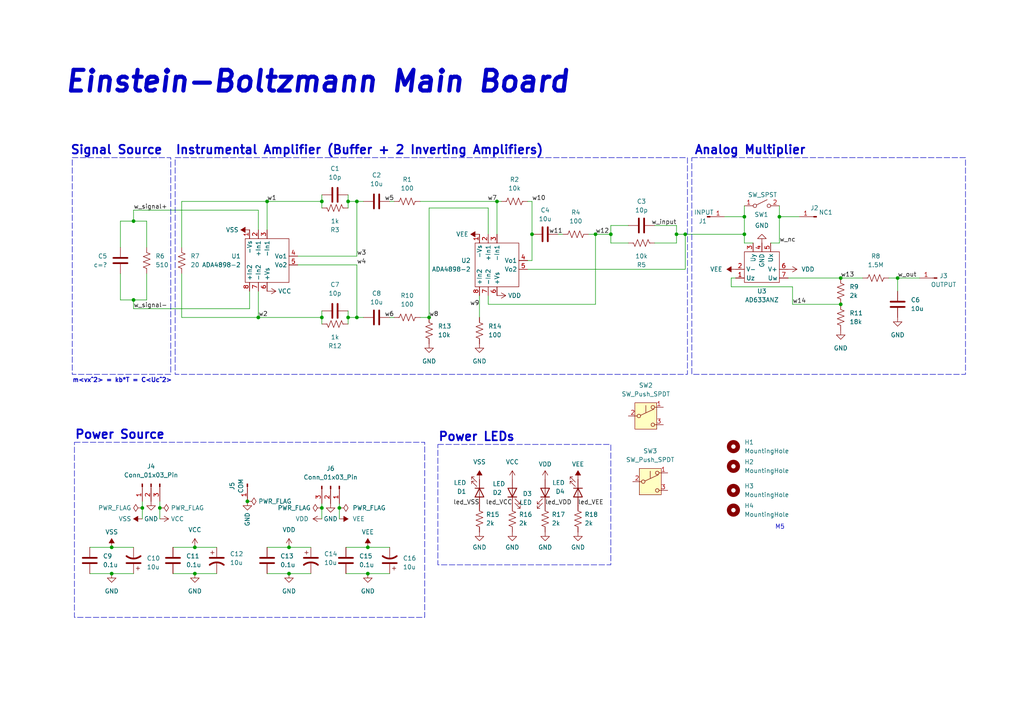
<source format=kicad_sch>
(kicad_sch (version 20230121) (generator eeschema)
  (paper "A4")
  (title_block (title "Einstein-Boltzmann Main Board") (date "2024-02-08") (rev "0.1") (company "Carlos Craveiro") (comment 1 "Part of the Einstein-Boltzmann Project"))
  (lib_symbols
    (symbol "Connector:Conn_01x01_Pin" (pin_names (offset 1.016) hide)
      (property "Reference" "J" (at 0 2.54 0))
      (property "Value" "Conn_01x01_Pin" (at 0 -2.54 0))
      (symbol "Conn_01x01_Pin_1_1"
        (polyline (pts (xy 1.27 0) (xy 0.8636 0)) (stroke (width 0.1524)))
        (rectangle (start 0.8636 0.127) (end 0 -0.127) (stroke (width 0.1524)) (fill (type outline)))
        (pin passive line (at 5.08 0 180) (length 3.81) (name "Pin_1") (number "1"))
      )
    )
    (symbol "Connector:Conn_01x03_Pin" (pin_names (offset 1.016) hide)
      (property "Reference" "J" (at 0 5.08 0))
      (property "Value" "Conn_01x03_Pin" (at 0 -5.08 0))
      (symbol "Conn_01x03_Pin_1_1"
        (polyline (pts (xy 1.27 -2.54) (xy 0.8636 -2.54)) (stroke (width 0.1524)))
        (polyline (pts (xy 1.27 0) (xy 0.8636 0)) (stroke (width 0.1524)))
        (polyline (pts (xy 1.27 2.54) (xy 0.8636 2.54)) (stroke (width 0.1524)))
        (rectangle (start 0.8636 -2.413) (end 0 -2.667) (stroke (width 0.1524)) (fill (type outline)))
        (rectangle (start 0.8636 0.127) (end 0 -0.127) (stroke (width 0.1524)) (fill (type outline)))
        (rectangle (start 0.8636 2.667) (end 0 2.413) (stroke (width 0.1524)) (fill (type outline)))
        (pin passive line (at 5.08 2.54 180) (length 3.81) (name "Pin_1") (number "1"))
        (pin passive line (at 5.08 0 180) (length 3.81) (name "Pin_2") (number "2"))
        (pin passive line (at 5.08 -2.54 180) (length 3.81) (name "Pin_3") (number "3"))
      )
    )
    (symbol "Device:C" (pin_numbers hide) (pin_names (offset 0.254))
      (property "Reference" "C" (at 0.635 2.54 0))
      (property "Value" "C" (at 0.635 -2.54 0))
      (symbol "C_0_1"
        (polyline (pts (xy -2.032 -0.762) (xy 2.032 -0.762)) (stroke (width 0.508)))
        (polyline (pts (xy -2.032 0.762) (xy 2.032 0.762)) (stroke (width 0.508)))
      )
      (symbol "C_1_1"
        (pin passive line (at 0 3.81 270) (length 2.794) (name "~") (number "1"))
        (pin passive line (at 0 -3.81 90) (length 2.794) (name "~") (number "2"))
      )
    )
    (symbol "Device:C_Polarized_US" (pin_numbers hide) (pin_names (offset 0.254) hide)
      (property "Reference" "C" (at 0.635 2.54 0))
      (property "Value" "C_Polarized_US" (at 0.635 -2.54 0))
      (symbol "C_Polarized_US_0_1"
        (polyline (pts (xy -2.032 0.762) (xy 2.032 0.762)) (stroke (width 0.508)))
        (polyline (pts (xy -1.778 2.286) (xy -0.762 2.286)))
        (polyline (pts (xy -1.27 1.778) (xy -1.27 2.794)))
        (arc (start 2.032 -1.27) (mid 0 -0.5572) (end -2.032 -1.27) (stroke (width 0.508)))
      )
      (symbol "C_Polarized_US_1_1"
        (pin passive line (at 0 3.81 270) (length 2.794) (name "~") (number "1"))
        (pin passive line (at 0 -3.81 90) (length 3.302) (name "~") (number "2"))
      )
    )
    (symbol "Device:LED" (pin_numbers hide) (pin_names (offset 1.016) hide)
      (property "Reference" "D" (at 0 2.54 0))
      (property "Value" "LED" (at 0 -2.54 0))
      (symbol "LED_0_1"
        (polyline (pts (xy -1.27 -1.27) (xy -1.27 1.27)) (stroke (width 0.254)))
        (polyline (pts (xy -1.27 0) (xy 1.27 0)))
        (polyline (pts (xy 1.27 -1.27) (xy 1.27 1.27) (xy -1.27 0) (xy 1.27 -1.27)) (stroke (width 0.254)))
        (polyline (pts (xy -3.048 -0.762) (xy -4.572 -2.286) (xy -3.81 -2.286) (xy -4.572 -2.286) (xy -4.572 -1.524)))
        (polyline (pts (xy -1.778 -0.762) (xy -3.302 -2.286) (xy -2.54 -2.286) (xy -3.302 -2.286) (xy -3.302 -1.524)))
      )
      (symbol "LED_1_1"
        (pin passive line (at -3.81 0 0) (length 2.54) (name "K") (number "1"))
        (pin passive line (at 3.81 0 180) (length 2.54) (name "A") (number "2"))
      )
    )
    (symbol "Device:R_US" (pin_numbers hide) (pin_names (offset 0))
      (property "Reference" "R" (at 2.54 0 90))
      (property "Value" "R_US" (at -2.54 0 90))
      (symbol "R_US_0_1"
        (polyline (pts (xy 0 -2.286) (xy 0 -2.54)))
        (polyline (pts (xy 0 2.286) (xy 0 2.54)))
        (polyline (pts (xy 0 -0.762) (xy 1.016 -1.143) (xy 0 -1.524) (xy -1.016 -1.905) (xy 0 -2.286)))
        (polyline (pts (xy 0 0.762) (xy 1.016 0.381) (xy 0 0) (xy -1.016 -0.381) (xy 0 -0.762)))
        (polyline (pts (xy 0 2.286) (xy 1.016 1.905) (xy 0 1.524) (xy -1.016 1.143) (xy 0 0.762)))
      )
      (symbol "R_US_1_1"
        (pin passive line (at 0 3.81 270) (length 1.27) (name "~") (number "1"))
        (pin passive line (at 0 -3.81 90) (length 1.27) (name "~") (number "2"))
      )
    )
    (symbol "EB_AnalogAmplifier_ADA4898-2_1"
      (property "Reference" "U" (at 0 -8.89 0))
      (property "Value" "ADA4898-2" (at 1.27 -11.43 0))
      (symbol "EB_AnalogAmplifier_ADA4898-2_1_0_1"
        (rectangle (start -6.35 5.08) (end 6.35 -7.62))
      )
      (symbol "EB_AnalogAmplifier_ADA4898-2_1_1_1"
        (pin power_in line (at -8.89 -6.35 0) (length 2.54) (name "-Vs") (number "1"))
        (pin input line (at -8.89 -3.81 0) (length 2.54) (name "+In1") (number "2"))
        (pin input line (at -8.89 -1.27 0) (length 2.54) (name "-In1") (number "3"))
        (pin output line (at -1.27 7.62 270) (length 2.54) (name "Vo1") (number "4"))
        (pin output line (at 1.27 7.62 270) (length 2.54) (name "Vo2") (number "5"))
        (pin power_in line (at 8.89 -1.27 180) (length 2.54) (name "+Vs") (number "6"))
        (pin input line (at 8.89 -3.81 180) (length 2.54) (name "-In2") (number "7"))
        (pin input line (at 8.89 -6.35 180) (length 2.54) (name "+In2") (number "8"))
      )
    )
    (symbol "Mechanical:MountingHole" (pin_names (offset 1.016))
      (property "Reference" "H" (at 0 5.08 0))
      (property "Value" "MountingHole" (at 0 3.175 0))
      (symbol "MountingHole_0_1"
        (circle (center 0 0) (radius 1.27) (stroke (width 1.27)))
      )
    )
    (symbol "Switch:SW_Push_SPDT" (pin_names (offset 0) hide)
      (property "Reference" "SW" (at 0 5.08 0))
      (property "Value" "SW_Push_SPDT" (at 0 -5.08 0))
      (symbol "SW_Push_SPDT_0_0"
        (circle (center -2.032 0) (radius 0.508))
        (polyline (pts (xy 0 1.016) (xy 0 3.048)))
        (circle (center 2.032 -2.54) (radius 0.508))
      )
      (symbol "SW_Push_SPDT_0_1"
        (polyline (pts (xy -1.524 0.2032) (xy 2.3368 1.9812)))
        (circle (center 2.032 2.54) (radius 0.508))
      )
      (symbol "SW_Push_SPDT_1_1"
        (rectangle (start -3.175 3.81) (end 3.175 -3.81) (fill (type background)))
        (pin passive line (at 5.08 2.54 180) (length 2.54) (name "A") (number "1"))
        (pin passive line (at -5.08 0 0) (length 2.54) (name "B") (number "2"))
        (pin passive line (at 5.08 -2.54 180) (length 2.54) (name "C") (number "3"))
      )
    )
    (symbol "Switch:SW_SPST" (pin_names (offset 0) hide)
      (property "Reference" "SW" (at 0 3.175 0))
      (property "Value" "SW_SPST" (at 0 -2.54 0))
      (symbol "SW_SPST_0_0"
        (circle (center -2.032 0) (radius 0.508))
        (polyline (pts (xy -1.524 0.254) (xy 1.524 1.778)))
        (circle (center 2.032 0) (radius 0.508))
      )
      (symbol "SW_SPST_1_1"
        (pin passive line (at -5.08 0 0) (length 2.54) (name "A") (number "1"))
        (pin passive line (at 5.08 0 180) (length 2.54) (name "B") (number "2"))
      )
    )
    (symbol "module_boards:EB_AnalogAmplifier_ADA4898-2"
      (property "Reference" "U" (at 0 -8.89 0))
      (property "Value" "ADA4898-2" (at 1.27 -11.43 0))
      (symbol "EB_AnalogAmplifier_ADA4898-2_0_1"
        (rectangle (start -6.35 5.08) (end 6.35 -7.62))
      )
      (symbol "EB_AnalogAmplifier_ADA4898-2_1_1"
        (pin power_in line (at -8.89 -6.35 0) (length 2.54) (name "-Vs") (number "1"))
        (pin input line (at -8.89 -3.81 0) (length 2.54) (name "+In1") (number "2"))
        (pin input line (at -8.89 -1.27 0) (length 2.54) (name "-In1") (number "3"))
        (pin output line (at -1.27 7.62 270) (length 2.54) (name "Vo1") (number "4"))
        (pin output line (at 1.27 7.62 270) (length 2.54) (name "Vo2") (number "5"))
        (pin power_in line (at 8.89 -1.27 180) (length 2.54) (name "+Vs") (number "6"))
        (pin input line (at 8.89 -3.81 180) (length 2.54) (name "-In2") (number "7"))
        (pin input line (at 8.89 -6.35 180) (length 2.54) (name "+In2") (number "8"))
      )
    )
    (symbol "module_boards:EB_AnalogMultiplier_AD633ANZ"
      (property "Reference" "U" (at 0 -5.08 0))
      (property "Value" "AD633ANZ" (at 0 -7.62 0))
      (symbol "EB_AnalogMultiplier_AD633ANZ_0_1"
        (rectangle (start -5.08 5.08) (end 5.08 -3.81))
      )
      (symbol "EB_AnalogMultiplier_AD633ANZ_1_1"
        (pin output line (at -7.62 -2.54 0) (length 2.54) (name "Uz") (number "1"))
        (pin power_in line (at -7.62 0 0) (length 2.54) (name "V-") (number "2"))
        (pin input line (at -2.54 7.62 270) (length 2.54) (name "Uy") (number "3"))
        (pin power_in line (at 0 7.62 270) (length 2.54) (name "GND") (number "4"))
        (pin output line (at 2.54 7.62 270) (length 2.54) (name "Ux") (number "5"))
        (pin power_in line (at 7.62 0 180) (length 2.54) (name "V+") (number "6"))
        (pin output line (at 7.62 -2.54 180) (length 2.54) (name "Uw") (number "7"))
      )
    )
    (symbol "power:GND" (power) (pin_names (offset 0))
      (property "Value" "GND" (at 0 -3.81 0))
      (symbol "GND_0_1"
        (polyline (pts (xy 0 0) (xy 0 -1.27) (xy 1.27 -1.27) (xy 0 -2.54) (xy -1.27 -1.27) (xy 0 -1.27)))
      )
      (symbol "GND_1_1"
        (pin power_in line (at 0 0 270) (length 0) hide (name "GND") (number "1"))
      )
    )
    (symbol "power:PWR_FLAG" (power) (pin_numbers hide) (pin_names (offset 0) hide)
      (property "Value" "PWR_FLAG" (at 0 3.81 0))
      (symbol "PWR_FLAG_0_0"
        (pin power_out line (at 0 0 90) (length 0) (name "pwr") (number "1"))
      )
      (symbol "PWR_FLAG_0_1"
        (polyline (pts (xy 0 0) (xy 0 1.27) (xy -1.016 1.905) (xy 0 2.54) (xy 1.016 1.905) (xy 0 1.27)))
      )
    )
    (symbol "power:VCC" (power) (pin_names (offset 0))
      (property "Value" "VCC" (at 0 3.81 0))
      (symbol "VCC_0_1"
        (polyline (pts (xy -0.762 1.27) (xy 0 2.54)))
        (polyline (pts (xy 0 0) (xy 0 2.54)))
        (polyline (pts (xy 0 2.54) (xy 0.762 1.27)))
      )
      (symbol "VCC_1_1"
        (pin power_in line (at 0 0 90) (length 0) hide (name "VCC") (number "1"))
      )
    )
    (symbol "power:VDD" (power) (pin_names (offset 0))
      (property "Value" "VDD" (at 0 3.81 0))
      (symbol "VDD_0_1"
        (polyline (pts (xy -0.762 1.27) (xy 0 2.54)))
        (polyline (pts (xy 0 0) (xy 0 2.54)))
        (polyline (pts (xy 0 2.54) (xy 0.762 1.27)))
      )
      (symbol "VDD_1_1"
        (pin power_in line (at 0 0 90) (length 0) hide (name "VDD") (number "1"))
      )
    )
    (symbol "power:VEE" (power) (pin_names (offset 0))
      (property "Value" "VEE" (at 0 3.81 0))
      (symbol "VEE_0_1"
        (polyline (pts (xy 0 0) (xy 0 2.54)))
        (polyline (pts (xy 0.762 1.27) (xy -0.762 1.27) (xy 0 2.54) (xy 0.762 1.27)) (fill (type outline)))
      )
      (symbol "VEE_1_1"
        (pin power_in line (at 0 0 90) (length 0) hide (name "VEE") (number "1"))
      )
    )
    (symbol "power:VSS" (power) (pin_names (offset 0))
      (property "Value" "VSS" (at 0 3.81 0))
      (symbol "VSS_0_1"
        (polyline (pts (xy 0 0) (xy 0 2.54)))
        (polyline (pts (xy 0.762 1.27) (xy -0.762 1.27) (xy 0 2.54) (xy 0.762 1.27)) (fill (type outline)))
      )
      (symbol "VSS_1_1"
        (pin power_in line (at 0 0 90) (length 0) hide (name "VSS") (number "1"))
      )
    )
  )
  (junction (at 32.385 158.75))
  (junction (at 56.515 166.37))
  (junction (at 83.82 166.37))
  (junction (at 243.84 88.265))
  (junction (at 56.515 158.75))
  (junction (at 106.68 166.37))
  (junction (at 93.345 58.42))
  (junction (at 71.755 145.415))
  (junction (at 172.72 67.945))
  (junction (at 144.145 58.42))
  (junction (at 98.425 147.32))
  (junction (at 83.82 158.75))
  (junction (at 177.165 67.945))
  (junction (at 198.755 67.945))
  (junction (at 243.84 80.645))
  (junction (at 77.47 58.42))
  (junction (at 124.46 92.075))
  (junction (at 100.965 58.42))
  (junction (at 41.275 147.32))
  (junction (at 93.345 92.075))
  (junction (at 32.385 166.37))
  (junction (at 38.735 64.135))
  (junction (at 260.35 80.645))
  (junction (at 106.68 158.75))
  (junction (at 100.965 92.075))
  (junction (at 226.06 62.865))
  (junction (at 196.215 67.945))
  (junction (at 215.9 62.865))
  (junction (at 154.305 67.945))
  (junction (at 93.345 147.32))
  (junction (at 103.505 58.42))
  (junction (at 74.93 92.075))
  (junction (at 38.735 86.995))
  (junction (at 103.505 92.075))
  (junction (at 46.355 147.32))
  (junction (at 215.9 67.945))
  (wire (pts (xy 72.39 89.535) (xy 72.39 84.455)))
  (wire (pts (xy 93.345 147.32) (xy 93.345 146.05)))
  (wire (pts (xy 105.41 92.075) (xy 103.505 92.075)))
  (wire (pts (xy 38.735 64.135) (xy 38.735 60.96)))
  (wire (pts (xy 38.735 64.135) (xy 42.545 64.135)))
  (wire (pts (xy 121.92 58.42) (xy 144.145 58.42)))
  (wire (pts (xy 93.345 58.42) (xy 93.345 60.325)))
  (wire (pts (xy 260.35 80.645) (xy 260.35 84.455)))
  (wire (pts (xy 189.865 70.485) (xy 196.215 70.485)))
  (wire (pts (xy 93.345 92.075) (xy 93.345 93.98)))
  (wire (pts (xy 215.9 62.865) (xy 215.9 67.945)))
  (wire (pts (xy 106.68 166.37) (xy 113.03 166.37)))
  (wire (pts (xy 46.355 150.495) (xy 46.355 147.32)))
  (wire (pts (xy 38.735 86.995) (xy 42.545 86.995)))
  (wire (pts (xy 198.755 67.945) (xy 215.9 67.945)))
  (wire (pts (xy 215.9 59.69) (xy 215.9 62.865)))
  (wire (pts (xy 210.185 62.865) (xy 215.9 62.865)))
  (wire (pts (xy 103.505 58.42) (xy 100.965 58.42)))
  (wire (pts (xy 103.505 76.835) (xy 103.505 92.075)))
  (wire (pts (xy 229.87 88.265) (xy 243.84 88.265)))
  (wire (pts (xy 141.605 88.265) (xy 172.72 88.265)))
  (wire (pts (xy 42.545 64.135) (xy 42.545 71.755)))
  (wire (pts (xy 124.46 60.325) (xy 124.46 92.075)))
  (wire (pts (xy 77.47 58.42) (xy 93.345 58.42)))
  (wire (pts (xy 103.505 92.075) (xy 100.965 92.075)))
  (wire (pts (xy 113.03 58.42) (xy 114.3 58.42)))
  (wire (pts (xy 153.035 78.105) (xy 198.755 78.105)))
  (wire (pts (xy 170.815 67.945) (xy 172.72 67.945)))
  (wire (pts (xy 100.965 56.515) (xy 100.965 58.42)))
  (wire (pts (xy 177.165 65.405) (xy 177.165 67.945)))
  (wire (pts (xy 26.035 158.75) (xy 32.385 158.75)))
  (wire (pts (xy 103.505 74.295) (xy 103.505 58.42)))
  (wire (pts (xy 32.385 166.37) (xy 38.735 166.37)))
  (wire (pts (xy 86.36 76.835) (xy 103.505 76.835)))
  (wire (pts (xy 100.33 158.75) (xy 106.68 158.75)))
  (wire (pts (xy 229.87 83.185) (xy 229.87 88.265)))
  (wire (pts (xy 228.6 80.645) (xy 243.84 80.645)))
  (wire (pts (xy 46.355 147.32) (xy 46.355 145.415)))
  (wire (pts (xy 50.165 166.37) (xy 56.515 166.37)))
  (wire (pts (xy 106.68 158.75) (xy 113.03 158.75)))
  (wire (pts (xy 212.09 83.185) (xy 229.87 83.185)))
  (wire (pts (xy 83.82 166.37) (xy 90.17 166.37)))
  (wire (pts (xy 141.605 60.325) (xy 124.46 60.325)))
  (wire (pts (xy 34.925 86.995) (xy 38.735 86.995)))
  (wire (pts (xy 77.47 158.75) (xy 83.82 158.75)))
  (wire (pts (xy 231.775 62.865) (xy 226.06 62.865)))
  (wire (pts (xy 177.165 70.485) (xy 182.245 70.485)))
  (wire (pts (xy 77.47 58.42) (xy 52.705 58.42)))
  (wire (pts (xy 38.735 60.96) (xy 74.93 60.96)))
  (wire (pts (xy 100.965 58.42) (xy 100.965 60.325)))
  (wire (pts (xy 93.345 90.17) (xy 93.345 92.075)))
  (wire (pts (xy 212.09 80.645) (xy 212.09 83.185)))
  (wire (pts (xy 74.93 60.96) (xy 74.93 66.675)))
  (wire (pts (xy 52.705 79.375) (xy 52.705 92.075)))
  (wire (pts (xy 34.925 79.375) (xy 34.925 86.995)))
  (wire (pts (xy 52.705 58.42) (xy 52.705 71.755)))
  (wire (pts (xy 243.84 80.645) (xy 250.19 80.645)))
  (wire (pts (xy 86.36 74.295) (xy 103.505 74.295)))
  (wire (pts (xy 218.44 70.485) (xy 215.9 70.485)))
  (wire (pts (xy 34.925 64.135) (xy 38.735 64.135)))
  (wire (pts (xy 139.065 85.725) (xy 139.065 92.075)))
  (wire (pts (xy 93.345 147.32) (xy 93.345 150.495)))
  (wire (pts (xy 124.46 92.075) (xy 121.92 92.075)))
  (wire (pts (xy 38.735 89.535) (xy 72.39 89.535)))
  (wire (pts (xy 113.03 92.075) (xy 114.3 92.075)))
  (wire (pts (xy 42.545 86.995) (xy 42.545 79.375)))
  (wire (pts (xy 100.965 90.17) (xy 100.965 92.075)))
  (wire (pts (xy 77.47 66.675) (xy 77.47 58.42)))
  (wire (pts (xy 34.925 71.755) (xy 34.925 64.135)))
  (wire (pts (xy 226.06 70.485) (xy 223.52 70.485)))
  (wire (pts (xy 56.515 158.75) (xy 62.865 158.75)))
  (wire (pts (xy 50.165 158.75) (xy 56.515 158.75)))
  (wire (pts (xy 74.93 92.075) (xy 74.93 84.455)))
  (wire (pts (xy 196.215 67.945) (xy 196.215 70.485)))
  (wire (pts (xy 161.925 67.945) (xy 163.195 67.945)))
  (wire (pts (xy 100.965 92.075) (xy 100.965 93.98)))
  (wire (pts (xy 153.035 58.42) (xy 154.305 58.42)))
  (wire (pts (xy 74.93 92.075) (xy 93.345 92.075)))
  (wire (pts (xy 213.36 80.645) (xy 212.09 80.645)))
  (wire (pts (xy 177.165 70.485) (xy 177.165 67.945)))
  (wire (pts (xy 257.81 80.645) (xy 260.35 80.645)))
  (wire (pts (xy 26.035 166.37) (xy 32.385 166.37)))
  (wire (pts (xy 172.72 67.945) (xy 177.165 67.945)))
  (wire (pts (xy 100.33 166.37) (xy 106.68 166.37)))
  (wire (pts (xy 105.41 58.42) (xy 103.505 58.42)))
  (wire (pts (xy 189.865 65.405) (xy 196.215 65.405)))
  (wire (pts (xy 196.215 67.945) (xy 198.755 67.945)))
  (wire (pts (xy 182.245 65.405) (xy 177.165 65.405)))
  (wire (pts (xy 93.345 56.515) (xy 93.345 58.42)))
  (wire (pts (xy 32.385 158.75) (xy 38.735 158.75)))
  (wire (pts (xy 226.06 59.69) (xy 226.06 62.865)))
  (wire (pts (xy 77.47 166.37) (xy 83.82 166.37)))
  (wire (pts (xy 198.755 67.945) (xy 198.755 78.105)))
  (wire (pts (xy 144.145 58.42) (xy 145.415 58.42)))
  (wire (pts (xy 154.305 67.945) (xy 154.305 75.565)))
  (wire (pts (xy 38.735 86.995) (xy 38.735 89.535)))
  (wire (pts (xy 83.82 158.75) (xy 90.17 158.75)))
  (wire (pts (xy 52.705 92.075) (xy 74.93 92.075)))
  (wire (pts (xy 141.605 85.725) (xy 141.605 88.265)))
  (wire (pts (xy 41.275 150.495) (xy 41.275 147.32)))
  (wire (pts (xy 141.605 67.945) (xy 141.605 60.325)))
  (wire (pts (xy 196.215 65.405) (xy 196.215 67.945)))
  (wire (pts (xy 153.035 75.565) (xy 154.305 75.565)))
  (wire (pts (xy 56.515 166.37) (xy 62.865 166.37)))
  (wire (pts (xy 41.275 147.32) (xy 41.275 145.415)))
  (wire (pts (xy 144.145 58.42) (xy 144.145 67.945)))
  (wire (pts (xy 154.305 58.42) (xy 154.305 67.945)))
  (wire (pts (xy 172.72 67.945) (xy 172.72 88.265)))
  (wire (pts (xy 226.06 62.865) (xy 226.06 70.485)))
  (wire (pts (xy 98.425 147.32) (xy 98.425 146.05)))
  (wire (pts (xy 266.7 80.645) (xy 260.35 80.645)))
  (wire (pts (xy 98.425 150.495) (xy 98.425 147.32)))
  (wire (pts (xy 215.9 70.485) (xy 215.9 67.945)))
  (rectangle (start 127 128.905) (end 177.165 163.83) (stroke (width 0) (type dash)))
  (rectangle (start 21.59 128.27) (end 123.19 179.07) (stroke (width 0) (type dash)))
  (rectangle (start 50.8 45.72) (end 199.39 108.585) (stroke (width 0) (type dash)))
  (rectangle (start 200.66 45.72) (end 280.035 108.585) (stroke (width 0) (type dash)))
  (rectangle (start 20.955 45.72) (end 49.53 108.585) (stroke (width 0) (type dash)))
  (text "Einstein-Boltzmann Main Board" (at 18.415 27.305 0) (effects (font (size 6 6) (thickness 1.2) bold italic) (justify left bottom)))
  (text "Power LEDs" (at 127 128.27 0) (effects (font (size 2.5 2.5) bold) (justify left bottom)))
  (text "Analog Multiplier" (at 201.295 45.085 0) (effects (font (size 2.5 2.5) bold) (justify left bottom)))
  (text "M5" (at 224.79 153.67 0) (effects (font (size 1.27 1.27)) (justify left bottom)))
  (text "Power Source" (at 21.59 127.635 0) (effects (font (size 2.5 2.5) bold) (justify left bottom)))
  (text "Instrumental Amplifier (Buffer + 2 Inverting Amplifiers)" (at 50.8 45.085 0) (effects (font (size 2.5 2.5) bold) (justify left bottom)))
  (text "m<vx^2> = kb*T = C<Uc^2>" (at 20.955 111.125 0) (effects (font (size 1.27 1.27) (thickness 0.254) bold) (justify left bottom)))
  (text "Signal Source" (at 20.32 45.085 0) (effects (font (size 2.5 2.5) bold) (justify left bottom)))
  (label "w_input" (at 196.215 65.405 180))
  (label "w_out" (at 260.35 80.645 0))
  (label "w8" (at 124.46 92.075 0))
  (label "led_VCC" (at 148.59 146.685 180))
  (label "w6" (at 114.3 92.075 180))
  (label "w3" (at 103.505 74.295 0))
  (label "w14" (at 229.87 88.265 0))
  (label "w_nc" (at 226.06 70.485 0))
  (label "led_VSS" (at 139.065 146.685 180))
  (label "w1" (at 77.47 58.42 0))
  (label "w4" (at 103.505 76.835 0))
  (label "led_VEE" (at 167.64 146.685 0))
  (label "w7" (at 144.145 58.42 180))
  (label "w5" (at 114.3 58.42 180))
  (label "w13" (at 243.84 80.645 0))
  (label "w10" (at 154.305 58.42 0))
  (label "w11" (at 163.195 67.945 180))
  (label "w_signal+" (at 38.735 60.96 0))
  (label "w9" (at 139.065 88.9 180))
  (label "w_signal-" (at 38.735 89.535 0))
  (label "w12" (at 172.72 67.945 0))
  (label "led_VDD" (at 158.115 146.685 0))
  (label "w2" (at 74.93 92.075 0))
  (symbol (lib_id "Device:C") (at 34.925 75.565 0) (mirror x) (unit 1)
    (property "Reference" "C5" (at 31.115 74.295 0) (effects (justify right)))
    (property "Value" "${SIM.PARAMS}" (at 31.115 76.835 0) (effects (justify right)))
    (property "Footprint" "footprints:CapacitorSocket" (effects hide))
    (property "Sim.Device" "C" (effects hide))
    (property "Sim.Params" "c=?" (effects hide))
    (property "Sim.Pins" "1=+ 2=-" (effects hide))
  )
  (symbol (lib_id "Device:C_Polarized_US") (at 62.865 162.56 0) (unit 1)
    (property "Reference" "C12" (at 66.675 160.655 0) (effects (justify left)))
    (property "Value" "10u" (at 66.675 163.195 0) (effects (justify left)))
    (property "Footprint" "Capacitor_THT:CP_Radial_D6.3mm_P2.50mm" (effects hide))
  )
  (symbol (lib_id "power:VEE") (at 213.36 78.105 90) (mirror x) (unit 1)
    (property "Reference" "#PWR04" (effects hide))
    (property "Value" "VEE" (at 209.55 78.105 90) (effects (justify left)))
  )
  (symbol (lib_id "power:VEE") (at 98.425 150.495 270) (unit 1)
    (property "Reference" "#PWR022" (effects hide))
    (property "Value" "VEE" (at 102.235 150.495 90) (effects (justify left)))
  )
  (symbol (lib_id "power:GND") (at 139.065 154.305 0) (unit 1)
    (property "Reference" "#PWR023" (effects hide))
    (property "Value" "GND" (at 139.065 158.75 0))
  )
  (symbol (lib_id "Device:C") (at 100.33 162.56 0) (unit 1)
    (property "Reference" "C15" (at 104.14 161.29 0) (effects (justify left)))
    (property "Value" "0.1u" (at 104.14 163.83 0) (effects (justify left)))
    (property "Footprint" "Capacitor_THT:C_Disc_D3.0mm_W1.6mm_P2.50mm" (effects hide))
  )
  (symbol (lib_id "Device:C_Polarized_US") (at 38.735 162.56 180) (unit 1)
    (property "Reference" "C10" (at 42.545 161.925 0) (effects (justify right)))
    (property "Value" "10u" (at 42.545 164.465 0) (effects (justify right)))
    (property "Footprint" "Capacitor_THT:CP_Radial_D6.3mm_P2.50mm" (effects hide))
  )
  (symbol (lib_id "Device:R_US") (at 118.11 58.42 90) (unit 1)
    (property "Reference" "R1" (at 118.11 52.07 90))
    (property "Value" "100" (at 118.11 54.61 90))
    (property "Footprint" "Resistor_THT:R_Axial_DIN0207_L6.3mm_D2.5mm_P7.62mm_Horizontal" (effects hide))
  )
  (symbol (lib_id "Device:C") (at 186.055 65.405 90) (unit 1)
    (property "Reference" "C3" (at 186.055 58.42 90))
    (property "Value" "10p" (at 186.055 60.96 90))
    (property "Footprint" "Capacitor_THT:C_Disc_D3.4mm_W2.1mm_P2.50mm" (effects hide))
  )
  (symbol (lib_id "power:VCC") (at 46.355 150.495 270) (mirror x) (unit 1)
    (property "Reference" "#PWR020" (effects hide))
    (property "Value" "VCC" (at 49.53 150.495 90) (effects (justify left)))
  )
  (symbol (lib_id "power:GND") (at 43.815 145.415 0) (mirror y) (unit 1)
    (property "Reference" "#PWR016" (effects hide))
    (property "Value" "GND" (at 43.815 150.495 0))
  )
  (symbol (lib_id "Mechanical:MountingHole") (at 212.725 129.54 0) (unit 1)
    (property "Reference" "H1" (at 215.9 128.27 0) (effects (justify left)))
    (property "Value" "MountingHole" (at 215.9 130.81 0) (effects (justify left)))
    (property "Footprint" "MountingHole:MountingHole_5.3mm_M5" (effects hide))
  )
  (symbol (lib_id "Device:C") (at 26.035 162.56 0) (unit 1)
    (property "Reference" "C9" (at 29.845 161.29 0) (effects (justify left)))
    (property "Value" "0.1u" (at 29.845 163.83 0) (effects (justify left)))
    (property "Footprint" "Capacitor_THT:C_Disc_D3.0mm_W1.6mm_P2.50mm" (effects hide))
  )
  (symbol (lib_id "Device:C") (at 158.115 67.945 90) (unit 1)
    (property "Reference" "C4" (at 158.115 60.96 90))
    (property "Value" "10u" (at 158.115 63.5 90))
    (property "Footprint" "Capacitor_THT:C_Rect_L24.0mm_W8.6mm_P22.50mm_MKT" (effects hide))
  )
  (symbol (lib_id "power:PWR_FLAG") (at 93.345 147.32 90) (unit 1)
    (property "Reference" "#FLG03" (effects hide))
    (property "Value" "PWR_FLAG" (at 90.17 147.32 90) (effects (justify left)))
  )
  (symbol (lib_id "Device:R_US") (at 97.155 93.98 270) (mirror x) (unit 1)
    (property "Reference" "R12" (at 97.155 100.33 90))
    (property "Value" "1k" (at 97.155 97.79 90))
    (property "Footprint" "Resistor_THT:R_Axial_DIN0207_L6.3mm_D2.5mm_P7.62mm_Horizontal" (effects hide))
  )
  (symbol (lib_id "power:VEE") (at 167.64 139.065 0) (unit 1)
    (property "Reference" "#PWR015" (effects hide))
    (property "Value" "VEE" (at 167.64 134.62 0))
  )
  (symbol (lib_id "Device:C") (at 97.155 90.17 90) (unit 1)
    (property "Reference" "C7" (at 97.155 82.55 90))
    (property "Value" "10p" (at 97.155 85.09 90))
    (property "Footprint" "Capacitor_THT:C_Disc_D3.4mm_W2.1mm_P2.50mm" (effects hide))
  )
  (symbol (lib_id "Device:LED") (at 158.115 142.875 270) (mirror x) (unit 1)
    (property "Reference" "D3" (at 154.305 143.1925 90) (effects (justify right)))
    (property "Value" "LED" (at 154.305 145.7325 90) (effects (justify right)))
    (property "Footprint" "LED_THT:LED_D3.0mm" (effects hide))
  )
  (symbol (lib_id "power:GND") (at 95.885 146.05 0) (unit 1)
    (property "Reference" "#PWR018" (effects hide))
    (property "Value" "GND" (at 95.885 150.495 0))
  )
  (symbol (lib_name "EB_AnalogAmplifier_ADA4898-2_1") (lib_id "module_boards:EB_AnalogAmplifier_ADA4898-2") (at 78.74 75.565 270) (unit 1)
    (property "Reference" "U1" (at 69.85 74.295 90) (effects (justify right)))
    (property "Value" "ADA4898-2" (at 69.85 76.835 90) (effects (justify right)))
    (property "Footprint" "footprints:ADA4898-2" (effects hide))
  )
  (symbol (lib_id "Device:C") (at 50.165 162.56 0) (unit 1)
    (property "Reference" "C11" (at 53.975 161.29 0) (effects (justify left)))
    (property "Value" "0.1u" (at 53.975 163.83 0) (effects (justify left)))
    (property "Footprint" "Capacitor_THT:C_Disc_D3.0mm_W1.6mm_P2.50mm" (effects hide))
  )
  (symbol (lib_id "Device:R_US") (at 186.055 70.485 90) (mirror x) (unit 1)
    (property "Reference" "R5" (at 186.055 76.835 90))
    (property "Value" "10k" (at 186.055 74.295 90))
    (property "Footprint" "Resistor_THT:R_Axial_DIN0207_L6.3mm_D2.5mm_P7.62mm_Horizontal" (effects hide))
  )
  (symbol (lib_id "power:VCC") (at 148.59 139.065 0) (mirror y) (unit 1)
    (property "Reference" "#PWR013" (effects hide))
    (property "Value" "VCC" (at 148.59 133.985 0))
  )
  (symbol (lib_id "power:PWR_FLAG") (at 71.755 145.415 270) (mirror x) (unit 1)
    (property "Reference" "#FLG05" (effects hide))
    (property "Value" "PWR_FLAG" (at 74.93 145.415 90) (effects (justify left)))
  )
  (symbol (lib_id "Switch:SW_Push_SPDT") (at 188.595 139.7 0) (unit 1)
    (property "Reference" "SW3" (at 188.595 130.81 0))
    (property "Value" "SW_Push_SPDT" (at 188.595 133.35 0))
    (property "Footprint" "footprints:Switch_Toggle_SPDT_SS12F46" (effects hide))
  )
  (symbol (lib_id "Device:C") (at 109.22 58.42 90) (unit 1)
    (property "Reference" "C2" (at 109.22 50.8 90))
    (property "Value" "10u" (at 109.22 53.34 90))
    (property "Footprint" "Capacitor_THT:C_Rect_L24.0mm_W8.6mm_P22.50mm_MKT" (effects hide))
  )
  (symbol (lib_id "power:PWR_FLAG") (at 46.355 147.32 270) (mirror x) (unit 1)
    (property "Reference" "#FLG02" (effects hide))
    (property "Value" "PWR_FLAG" (at 49.53 147.32 90) (effects (justify left)))
  )
  (symbol (lib_id "power:VDD") (at 83.82 158.75 0) (unit 1)
    (property "Reference" "#PWR029" (effects hide))
    (property "Value" "VDD" (at 83.82 153.67 0))
  )
  (symbol (lib_id "Device:C") (at 77.47 162.56 0) (unit 1)
    (property "Reference" "C13" (at 81.28 161.29 0) (effects (justify left)))
    (property "Value" "0.1u" (at 81.28 163.83 0) (effects (justify left)))
    (property "Footprint" "Capacitor_THT:C_Disc_D3.0mm_W1.6mm_P2.50mm" (effects hide))
  )
  (symbol (lib_id "Device:R_US") (at 139.065 95.885 180) (unit 1)
    (property "Reference" "R14" (at 141.605 94.615 0) (effects (justify right)))
    (property "Value" "100" (at 141.605 97.155 0) (effects (justify right)))
    (property "Footprint" "Resistor_THT:R_Axial_DIN0207_L6.3mm_D2.5mm_P7.62mm_Horizontal" (effects hide))
  )
  (symbol (lib_id "Device:C") (at 97.155 56.515 90) (unit 1)
    (property "Reference" "C1" (at 97.155 48.895 90))
    (property "Value" "10p" (at 97.155 51.435 90))
    (property "Footprint" "Capacitor_THT:C_Disc_D3.4mm_W2.1mm_P2.50mm" (effects hide))
  )
  (symbol (lib_id "Switch:SW_Push_SPDT") (at 187.325 120.65 0) (unit 1)
    (property "Reference" "SW2" (at 187.325 111.76 0))
    (property "Value" "SW_Push_SPDT" (at 187.325 114.3 0))
    (property "Footprint" "footprints:Switch_Toggle_SPDT_SS12F46" (effects hide))
  )
  (symbol (lib_id "Device:LED") (at 139.065 142.875 270) (unit 1)
    (property "Reference" "D1" (at 135.255 142.5575 90) (effects (justify right)))
    (property "Value" "LED" (at 135.255 140.0175 90) (effects (justify right)))
    (property "Footprint" "LED_THT:LED_D3.0mm" (effects hide))
  )
  (symbol (lib_id "power:PWR_FLAG") (at 41.275 147.32 90) (mirror x) (unit 1)
    (property "Reference" "#FLG01" (effects hide))
    (property "Value" "PWR_FLAG" (at 38.1 147.32 90) (effects (justify left)))
  )
  (symbol (lib_id "Connector:Conn_01x01_Pin") (at 205.105 62.865 0) (unit 1)
    (property "Reference" "J1" (at 203.835 64.135 0))
    (property "Value" "INPUT" (at 201.295 61.595 0) (effects (justify left)))
    (property "Footprint" "footprints:Banana_Jack_1Pin" (effects hide))
    (property "Sim.Enable" "0" (effects hide))
  )
  (symbol (lib_id "power:VSS") (at 41.275 150.495 90) (mirror x) (unit 1)
    (property "Reference" "#PWR019" (effects hide))
    (property "Value" "VSS" (at 38.1 150.495 90) (effects (justify left)))
  )
  (symbol (lib_id "power:VDD") (at 228.6 78.105 270) (unit 1)
    (property "Reference" "#PWR05" (effects hide))
    (property "Value" "VDD" (at 232.41 78.105 90) (effects (justify left)))
  )
  (symbol (lib_id "Connector:Conn_01x01_Pin") (at 236.855 62.865 180) (unit 1)
    (property "Reference" "J2" (at 236.22 60.325 0))
    (property "Value" "NC1" (at 237.49 61.595 0) (effects (justify right)))
    (property "Footprint" "footprints:Banana_Jack_1Pin" (effects hide))
    (property "Sim.Enable" "0" (effects hide))
  )
  (symbol (lib_id "power:GND") (at 243.84 95.885 0) (unit 1)
    (property "Reference" "#PWR09" (effects hide))
    (property "Value" "GND" (at 243.84 100.965 0))
  )
  (symbol (lib_id "power:GND") (at 167.64 154.305 0) (unit 1)
    (property "Reference" "#PWR026" (effects hide))
    (property "Value" "GND" (at 167.64 158.75 0))
  )
  (symbol (lib_id "Device:C") (at 109.22 92.075 90) (unit 1)
    (property "Reference" "C8" (at 109.22 85.09 90))
    (property "Value" "10u" (at 109.22 87.63 90))
    (property "Footprint" "Capacitor_THT:C_Rect_L24.0mm_W8.6mm_P22.50mm_MKT" (effects hide))
  )
  (symbol (lib_id "Device:R_US") (at 118.11 92.075 90) (unit 1)
    (property "Reference" "R10" (at 118.11 85.725 90))
    (property "Value" "100" (at 118.11 88.265 90))
    (property "Footprint" "Resistor_THT:R_Axial_DIN0207_L6.3mm_D2.5mm_P7.62mm_Horizontal" (effects hide))
  )
  (symbol (lib_id "Device:R_US") (at 167.005 67.945 90) (unit 1)
    (property "Reference" "R4" (at 167.005 61.595 90))
    (property "Value" "100" (at 167.005 64.135 90))
    (property "Footprint" "Resistor_THT:R_Axial_DIN0207_L6.3mm_D2.5mm_P7.62mm_Horizontal" (effects hide))
  )
  (symbol (lib_id "Switch:SW_SPST") (at 220.98 59.69 0) (unit 1)
    (property "Reference" "SW1" (at 222.885 62.23 0) (effects (justify right)))
    (property "Value" "SW_SPST" (at 225.425 56.515 0) (effects (justify right)))
    (property "Footprint" "footprints:Switch" (effects hide))
    (property "Sim.Device" "SW" (effects hide))
    (property "Sim.Type" "V" (effects hide))
    (property "Sim.Pins" "1=ctrl+ 2=ctrl-" (effects hide))
    (property "Sim.Enable" "0" (effects hide))
  )
  (symbol (lib_id "Device:R_US") (at 243.84 92.075 0) (unit 1)
    (property "Reference" "R11" (at 246.38 90.805 0) (effects (justify left)))
    (property "Value" "18k" (at 246.38 93.345 0) (effects (justify left)))
    (property "Footprint" "Resistor_THT:R_Axial_DIN0207_L6.3mm_D2.5mm_P7.62mm_Horizontal" (effects hide))
    (property "Sim.Enable" "0" (effects hide))
  )
  (symbol (lib_id "Device:C") (at 260.35 88.265 0) (unit 1)
    (property "Reference" "C6" (at 264.16 86.995 0) (effects (justify left)))
    (property "Value" "10u" (at 264.16 89.535 0) (effects (justify left)))
    (property "Footprint" "Capacitor_THT:C_Rect_L24.0mm_W8.6mm_P22.50mm_MKT" (effects hide))
    (property "Sim.Enable" "0" (effects hide))
  )
  (symbol (lib_id "power:VCC") (at 77.47 84.455 270) (unit 1)
    (property "Reference" "#PWR06" (effects hide))
    (property "Value" "VCC" (at 80.645 84.455 90) (effects (justify left)))
  )
  (symbol (lib_id "power:GND") (at 71.755 145.415 0) (unit 1)
    (property "Reference" "#PWR017" (effects hide))
    (property "Value" "GND" (at 71.755 148.59 90) (effects (justify right)))
  )
  (symbol (lib_id "power:PWR_FLAG") (at 98.425 147.32 270) (unit 1)
    (property "Reference" "#FLG04" (effects hide))
    (property "Value" "PWR_FLAG" (at 102.235 147.32 90) (effects (justify left)))
  )
  (symbol (lib_id "power:VDD") (at 93.345 150.495 90) (unit 1)
    (property "Reference" "#PWR021" (effects hide))
    (property "Value" "VDD" (at 89.535 150.495 90) (effects (justify left)))
  )
  (symbol (lib_id "Device:LED") (at 148.59 142.875 90) (unit 1)
    (property "Reference" "D2" (at 142.875 142.875 90) (effects (justify right)))
    (property "Value" "LED" (at 142.875 140.335 90) (effects (justify right)))
    (property "Footprint" "LED_THT:LED_D3.0mm" (effects hide))
  )
  (symbol (lib_id "Device:R_US") (at 243.84 84.455 0) (unit 1)
    (property "Reference" "R9" (at 246.38 83.185 0) (effects (justify left)))
    (property "Value" "2k" (at 246.38 85.725 0) (effects (justify left)))
    (property "Footprint" "Resistor_THT:R_Axial_DIN0207_L6.3mm_D2.5mm_P7.62mm_Horizontal" (effects hide))
    (property "Sim.Enable" "0" (effects hide))
  )
  (symbol (lib_id "Connector:Conn_01x01_Pin") (at 71.755 140.335 270) (unit 1)
    (property "Reference" "J5" (at 67.31 140.97 0))
    (property "Value" "COM" (at 69.85 140.97 0))
    (property "Footprint" "footprints:Banana_Jack_1Pin" (effects hide))
  )
  (symbol (lib_id "power:VCC") (at 56.515 158.75 0) (unit 1)
    (property "Reference" "#PWR028" (effects hide))
    (property "Value" "VCC" (at 56.515 153.67 0))
  )
  (symbol (lib_id "Device:R_US") (at 148.59 150.495 0) (unit 1)
    (property "Reference" "R16" (at 150.495 149.225 0) (effects (justify left)))
    (property "Value" "2k" (at 150.495 151.765 0) (effects (justify left)))
    (property "Footprint" "Resistor_THT:R_Axial_DIN0207_L6.3mm_D2.5mm_P7.62mm_Horizontal" (effects hide))
  )
  (symbol (lib_id "Device:C_Polarized_US") (at 113.03 162.56 180) (unit 1)
    (property "Reference" "C16" (at 116.84 161.925 0) (effects (justify right)))
    (property "Value" "10u" (at 116.84 164.465 0) (effects (justify right)))
    (property "Footprint" "Capacitor_THT:CP_Radial_D6.3mm_P2.50mm" (effects hide))
  )
  (symbol (lib_id "Device:R_US") (at 167.64 150.495 0) (unit 1)
    (property "Reference" "R18" (at 169.545 149.225 0) (effects (justify left)))
    (property "Value" "2k" (at 169.545 151.765 0) (effects (justify left)))
    (property "Footprint" "Resistor_THT:R_Axial_DIN0207_L6.3mm_D2.5mm_P7.62mm_Horizontal" (effects hide))
  )
  (symbol (lib_id "module_boards:EB_AnalogAmplifier_ADA4898-2") (at 145.415 76.835 270) (unit 1)
    (property "Reference" "U2" (at 136.525 75.565 90) (effects (justify right)))
    (property "Value" "ADA4898-2" (at 136.525 78.105 90) (effects (justify right)))
    (property "Footprint" "footprints:ADA4898-2" (effects hide))
  )
  (symbol (lib_id "Device:R_US") (at 254 80.645 90) (unit 1)
    (property "Reference" "R8" (at 254 74.295 90))
    (property "Value" "1.5M" (at 254 76.835 90))
    (property "Footprint" "Resistor_THT:R_Axial_DIN0207_L6.3mm_D2.5mm_P7.62mm_Horizontal" (effects hide))
    (property "Sim.Enable" "0" (effects hide))
  )
  (symbol (lib_id "power:GND") (at 148.59 154.305 0) (unit 1)
    (property "Reference" "#PWR024" (effects hide))
    (property "Value" "GND" (at 148.59 158.75 0))
  )
  (symbol (lib_id "Device:R_US") (at 158.115 150.495 0) (unit 1)
    (property "Reference" "R17" (at 160.02 149.225 0) (effects (justify left)))
    (property "Value" "2k" (at 160.02 151.765 0) (effects (justify left)))
    (property "Footprint" "Resistor_THT:R_Axial_DIN0207_L6.3mm_D2.5mm_P7.62mm_Horizontal" (effects hide))
  )
  (symbol (lib_id "Device:LED") (at 167.64 142.875 270) (unit 1)
    (property "Reference" "D4" (at 163.83 142.5575 90) (effects (justify right)))
    (property "Value" "LED" (at 163.83 140.0175 90) (effects (justify right)))
    (property "Footprint" "LED_THT:LED_D3.0mm" (effects hide))
  )
  (symbol (lib_id "Device:R_US") (at 52.705 75.565 0) (unit 1)
    (property "Reference" "R7" (at 55.245 74.295 0) (effects (justify left)))
    (property "Value" "20" (at 55.245 76.835 0) (effects (justify left)))
    (property "Footprint" "Resistor_THT:R_Axial_DIN0207_L6.3mm_D2.5mm_P7.62mm_Horizontal" (effects hide))
  )
  (symbol (lib_id "Device:R_US") (at 42.545 75.565 0) (unit 1)
    (property "Reference" "R6" (at 45.085 74.295 0) (effects (justify left)))
    (property "Value" "510" (at 45.085 76.835 0) (effects (justify left)))
    (property "Footprint" "Resistor_THT:R_Axial_DIN0207_L6.3mm_D2.5mm_P7.62mm_Horizontal" (effects hide))
    (property "Sim.Enable" "0" (effects hide))
  )
  (symbol (lib_id "Connector:Conn_01x03_Pin") (at 43.815 140.335 90) (mirror x) (unit 1)
    (property "Reference" "J4" (at 43.815 135.255 90))
    (property "Value" "Conn_01x03_Pin" (at 43.815 137.795 90))
    (property "Footprint" "footprints:PowerHeader" (effects hide))
  )
  (symbol (lib_id "module_boards:EB_AnalogMultiplier_AD633ANZ") (at 220.98 78.105 0) (unit 1)
    (property "Reference" "U3" (at 220.98 84.455 0))
    (property "Value" "AD633ANZ" (at 220.98 86.995 0))
    (property "Footprint" "footprints:AD633" (effects hide))
  )
  (symbol (lib_id "power:GND") (at 83.82 166.37 0) (unit 1)
    (property "Reference" "#PWR033" (effects hide))
    (property "Value" "GND" (at 83.82 171.45 0))
  )
  (symbol (lib_id "power:VSS") (at 72.39 66.675 90) (unit 1)
    (property "Reference" "#PWR01" (effects hide))
    (property "Value" "VSS" (at 69.215 66.675 90) (effects (justify left)))
  )
  (symbol (lib_id "Device:R_US") (at 97.155 60.325 90) (mirror x) (unit 1)
    (property "Reference" "R3" (at 97.155 66.675 90))
    (property "Value" "1k" (at 97.155 64.135 90))
    (property "Footprint" "Resistor_THT:R_Axial_DIN0207_L6.3mm_D2.5mm_P7.62mm_Horizontal" (effects hide))
  )
  (symbol (lib_id "Device:R_US") (at 149.225 58.42 90) (unit 1)
    (property "Reference" "R2" (at 149.225 52.07 90))
    (property "Value" "10k" (at 149.225 54.61 90))
    (property "Footprint" "Resistor_THT:R_Axial_DIN0207_L6.3mm_D2.5mm_P7.62mm_Horizontal" (effects hide))
  )
  (symbol (lib_id "power:VDD") (at 158.115 139.065 0) (unit 1)
    (property "Reference" "#PWR014" (effects hide))
    (property "Value" "VDD" (at 158.115 134.62 0))
  )
  (symbol (lib_id "Device:R_US") (at 124.46 95.885 180) (unit 1)
    (property "Reference" "R13" (at 127 94.615 0) (effects (justify right)))
    (property "Value" "10k" (at 127 97.155 0) (effects (justify right)))
    (property "Footprint" "Resistor_THT:R_Axial_DIN0207_L6.3mm_D2.5mm_P7.62mm_Horizontal" (effects hide))
  )
  (symbol (lib_id "power:VSS") (at 139.065 139.065 0) (mirror y) (unit 1)
    (property "Reference" "#PWR012" (effects hide))
    (property "Value" "VSS" (at 139.065 133.985 0))
  )
  (symbol (lib_id "Device:R_US") (at 139.065 150.495 0) (unit 1)
    (property "Reference" "R15" (at 140.97 149.225 0) (effects (justify left)))
    (property "Value" "2k" (at 140.97 151.765 0) (effects (justify left)))
    (property "Footprint" "Resistor_THT:R_Axial_DIN0207_L6.3mm_D2.5mm_P7.62mm_Horizontal" (effects hide))
  )
  (symbol (lib_id "power:VEE") (at 139.065 67.945 90) (unit 1)
    (property "Reference" "#PWR02" (effects hide))
    (property "Value" "VEE" (at 135.89 67.945 90) (effects (justify left)))
  )
  (symbol (lib_id "power:GND") (at 139.065 99.695 0) (unit 1)
    (property "Reference" "#PWR011" (effects hide))
    (property "Value" "GND" (at 139.065 104.775 0))
  )
  (symbol (lib_id "power:GND") (at 220.98 70.485 180) (unit 1)
    (property "Reference" "#PWR03" (effects hide))
    (property "Value" "GND" (at 220.98 65.405 0))
  )
  (symbol (lib_id "power:VDD") (at 144.145 85.725 270) (unit 1)
    (property "Reference" "#PWR07" (effects hide))
    (property "Value" "VDD" (at 147.32 85.725 90) (effects (justify left)))
  )
  (symbol (lib_id "Connector:Conn_01x03_Pin") (at 95.885 140.97 270) (unit 1)
    (property "Reference" "J6" (at 95.885 135.89 90))
    (property "Value" "Conn_01x03_Pin" (at 95.885 138.43 90))
    (property "Footprint" "footprints:PowerHeader" (effects hide))
  )
  (symbol (lib_id "power:GND") (at 106.68 166.37 0) (unit 1)
    (property "Reference" "#PWR034" (effects hide))
    (property "Value" "GND" (at 106.68 171.45 0))
  )
  (symbol (lib_id "Mechanical:MountingHole") (at 212.725 142.24 0) (unit 1)
    (property "Reference" "H3" (at 215.9 140.97 0) (effects (justify left)))
    (property "Value" "MountingHole" (at 215.9 143.51 0) (effects (justify left)))
    (property "Footprint" "MountingHole:MountingHole_5.3mm_M5" (effects hide))
  )
  (symbol (lib_id "Connector:Conn_01x01_Pin") (at 271.78 80.645 180) (unit 1)
    (property "Reference" "J3" (at 273.685 80.01 0))
    (property "Value" "OUTPUT" (at 273.685 82.55 0))
    (property "Footprint" "footprints:Banana_Jack_1Pin" (effects hide))
    (property "Sim.Enable" "0" (effects hide))
  )
  (symbol (lib_id "Device:C_Polarized_US") (at 90.17 162.56 0) (unit 1)
    (property "Reference" "C14" (at 93.98 160.655 0) (effects (justify left)))
    (property "Value" "10u" (at 93.98 163.195 0) (effects (justify left)))
    (property "Footprint" "Capacitor_THT:CP_Radial_D6.3mm_P2.50mm" (effects hide))
  )
  (symbol (lib_id "power:VSS") (at 32.385 158.75 0) (unit 1)
    (property "Reference" "#PWR027" (effects hide))
    (property "Value" "VSS" (at 32.385 154.305 0))
  )
  (symbol (lib_id "power:GND") (at 158.115 154.305 0) (unit 1)
    (property "Reference" "#PWR025" (effects hide))
    (property "Value" "GND" (at 158.115 158.75 0))
  )
  (symbol (lib_id "power:GND") (at 32.385 166.37 0) (unit 1)
    (property "Reference" "#PWR031" (effects hide))
    (property "Value" "GND" (at 32.385 171.45 0))
  )
  (symbol (lib_id "power:VEE") (at 106.68 158.75 0) (unit 1)
    (property "Reference" "#PWR030" (effects hide))
    (property "Value" "VEE" (at 106.68 154.305 0))
  )
  (symbol (lib_id "Mechanical:MountingHole") (at 212.725 135.255 0) (unit 1)
    (property "Reference" "H2" (at 215.9 133.985 0) (effects (justify left)))
    (property "Value" "MountingHole" (at 215.9 136.525 0) (effects (justify left)))
    (property "Footprint" "MountingHole:MountingHole_5.3mm_M5" (effects hide))
  )
  (symbol (lib_id "power:GND") (at 260.35 92.075 0) (unit 1)
    (property "Reference" "#PWR08" (effects hide))
    (property "Value" "GND" (at 260.35 97.155 0))
  )
  (symbol (lib_id "power:GND") (at 56.515 166.37 0) (unit 1)
    (property "Reference" "#PWR032" (effects hide))
    (property "Value" "GND" (at 56.515 171.45 0))
  )
  (symbol (lib_id "Mechanical:MountingHole") (at 212.725 147.955 0) (unit 1)
    (property "Reference" "H4" (at 215.9 146.685 0) (effects (justify left)))
    (property "Value" "MountingHole" (at 215.9 149.225 0) (effects (justify left)))
    (property "Footprint" "MountingHole:MountingHole_5.3mm_M5" (effects hide))
  )
  (symbol (lib_id "power:GND") (at 124.46 99.695 0) (unit 1)
    (property "Reference" "#PWR010" (effects hide))
    (property "Value" "GND" (at 124.46 104.775 0))
  )
)
</source>
